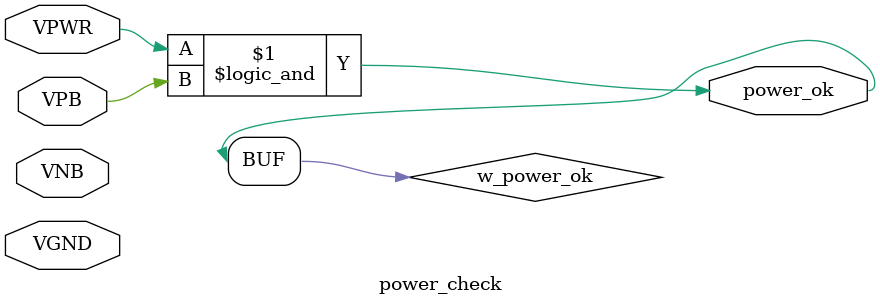
<source format=v>

module power_check (
    input  VPWR,
    input  VGND,
    input  VPB,
    input  VNB,
    output reg power_ok
);

    wire w_power_ok;

    assign w_power_ok = (VPWR && VPB);
    always @(*) begin
        power_ok <= w_power_ok;
    end

endmodule

</source>
